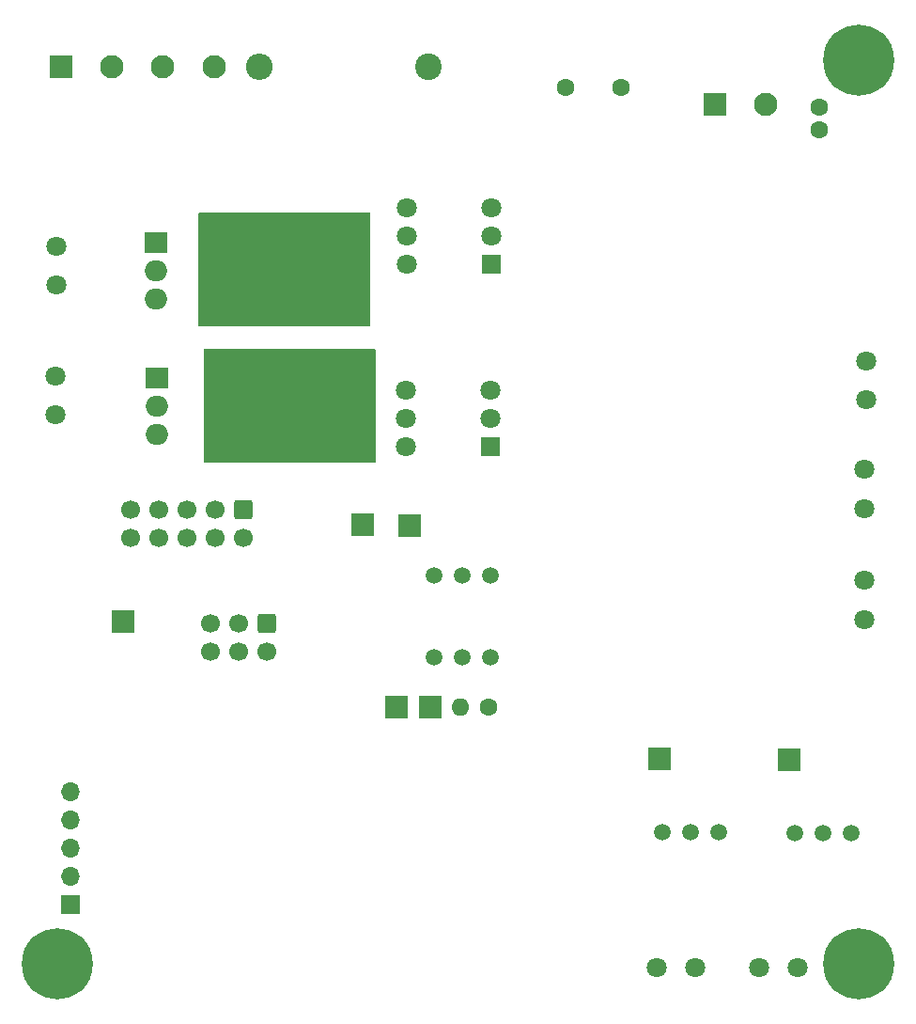
<source format=gbr>
%TF.GenerationSoftware,KiCad,Pcbnew,9.0.0*%
%TF.CreationDate,2025-08-03T03:58:21+03:00*%
%TF.ProjectId,HOT_AIRGUN_EXTRADOPE-rounded,484f545f-4149-4524-9755-4e5f45585452,rev?*%
%TF.SameCoordinates,Original*%
%TF.FileFunction,Soldermask,Bot*%
%TF.FilePolarity,Negative*%
%FSLAX46Y46*%
G04 Gerber Fmt 4.6, Leading zero omitted, Abs format (unit mm)*
G04 Created by KiCad (PCBNEW 9.0.0) date 2025-08-03 03:58:21*
%MOMM*%
%LPD*%
G01*
G04 APERTURE LIST*
G04 Aperture macros list*
%AMRoundRect*
0 Rectangle with rounded corners*
0 $1 Rounding radius*
0 $2 $3 $4 $5 $6 $7 $8 $9 X,Y pos of 4 corners*
0 Add a 4 corners polygon primitive as box body*
4,1,4,$2,$3,$4,$5,$6,$7,$8,$9,$2,$3,0*
0 Add four circle primitives for the rounded corners*
1,1,$1+$1,$2,$3*
1,1,$1+$1,$4,$5*
1,1,$1+$1,$6,$7*
1,1,$1+$1,$8,$9*
0 Add four rect primitives between the rounded corners*
20,1,$1+$1,$2,$3,$4,$5,0*
20,1,$1+$1,$4,$5,$6,$7,0*
20,1,$1+$1,$6,$7,$8,$9,0*
20,1,$1+$1,$8,$9,$2,$3,0*%
G04 Aperture macros list end*
%ADD10RoundRect,0.250001X-0.799999X-0.799999X0.799999X-0.799999X0.799999X0.799999X-0.799999X0.799999X0*%
%ADD11C,2.100000*%
%ADD12C,1.600000*%
%ADD13C,1.520000*%
%ADD14R,2.000000X2.000000*%
%ADD15C,1.800000*%
%ADD16C,0.800000*%
%ADD17C,6.400000*%
%ADD18O,2.000000X1.905000*%
%ADD19R,2.000000X1.905000*%
%ADD20C,3.500000*%
%ADD21O,1.700000X1.700000*%
%ADD22R,1.700000X1.700000*%
%ADD23R,1.800000X1.800000*%
%ADD24C,1.700000*%
%ADD25RoundRect,0.250000X-0.600000X0.600000X-0.600000X-0.600000X0.600000X-0.600000X0.600000X0.600000X0*%
%ADD26O,2.400000X2.400000*%
%ADD27C,2.400000*%
%ADD28O,1.600000X1.600000*%
G04 APERTURE END LIST*
D10*
%TO.C,J5*%
X4100000Y84600000D03*
D11*
X8700000Y84600000D03*
X13300000Y84600000D03*
X17900000Y84600000D03*
%TD*%
D12*
%TO.C,C16*%
X54600000Y82700000D03*
X49600000Y82700000D03*
%TD*%
D13*
%TO.C,R33*%
X42805000Y31446075D03*
X40265000Y31446075D03*
X37725000Y31446075D03*
%TD*%
D14*
%TO.C,TP7*%
X34325000Y26928575D03*
%TD*%
D15*
%TO.C,U14*%
X61317500Y3468575D03*
X57817500Y3468575D03*
%TD*%
D16*
%TO.C,H1*%
X78400000Y85200000D03*
X77697056Y83502944D03*
X77697056Y86897056D03*
X76000000Y82800000D03*
D17*
X76000000Y85200000D03*
D16*
X76000000Y87600000D03*
X74302944Y83502944D03*
X74302944Y86897056D03*
X73600000Y85200000D03*
%TD*%
D14*
%TO.C,TP9*%
X9700000Y34641075D03*
%TD*%
%TO.C,TP1*%
X35590000Y43256075D03*
%TD*%
%TO.C,TP10*%
X31355000Y43336075D03*
%TD*%
D18*
%TO.C,Q3*%
X12650000Y63671075D03*
X12650000Y66211075D03*
D19*
X12650000Y68751075D03*
D20*
X29310000Y66211075D03*
%TD*%
D21*
%TO.C,J6*%
X4950000Y19276075D03*
X4950000Y16736075D03*
X4950000Y14196075D03*
X4950000Y11656075D03*
D22*
X4950000Y9116075D03*
%TD*%
D13*
%TO.C,R32*%
X42820000Y38756075D03*
X40280000Y38756075D03*
X37740000Y38756075D03*
%TD*%
%TO.C,R29*%
X58305000Y15671075D03*
X60845000Y15671075D03*
X63385000Y15671075D03*
%TD*%
D15*
%TO.C,U15*%
X70517500Y3493575D03*
X67017500Y3493575D03*
%TD*%
D11*
%TO.C,J7*%
X67625000Y81191075D03*
D10*
X63025000Y81191075D03*
%TD*%
D14*
%TO.C,TP8*%
X37450000Y26928575D03*
%TD*%
D15*
%TO.C,U10*%
X76522500Y48318575D03*
X76522500Y44818575D03*
%TD*%
%TO.C,U12*%
X3730000Y64911075D03*
X3730000Y68411075D03*
%TD*%
%TO.C,U9*%
X76722500Y58101075D03*
X76722500Y54601075D03*
%TD*%
%TO.C,U11*%
X76540000Y38351075D03*
X76540000Y34851075D03*
%TD*%
D14*
%TO.C,TP4*%
X58095000Y22271075D03*
%TD*%
D15*
%TO.C,T1*%
X35290000Y66801075D03*
X35290000Y69341075D03*
X35290000Y71881075D03*
X42910000Y71881075D03*
X42910000Y69341075D03*
D23*
X42910000Y66801075D03*
%TD*%
D16*
%TO.C,H3*%
X6200000Y3800000D03*
X5497056Y2102944D03*
X5497056Y5497056D03*
X3800000Y1400000D03*
D17*
X3800000Y3800000D03*
D16*
X3800000Y6200000D03*
X2102944Y2102944D03*
X2102944Y5497056D03*
X1400000Y3800000D03*
%TD*%
D12*
%TO.C,C18*%
X72450000Y80916075D03*
X72450000Y78916075D03*
%TD*%
D24*
%TO.C,J8*%
X10380000Y42191075D03*
X10380000Y44731075D03*
X12920000Y42191075D03*
X12920000Y44731075D03*
X15460000Y42191075D03*
X15460000Y44731075D03*
X18000000Y42191075D03*
X18000000Y44731075D03*
X20540000Y42191075D03*
D25*
X20540000Y44731075D03*
%TD*%
D16*
%TO.C,H2*%
X78400000Y3800000D03*
X77697056Y2102944D03*
X77697056Y5497056D03*
X76000000Y1400000D03*
D17*
X76000000Y3800000D03*
D16*
X76000000Y6200000D03*
X74302944Y2102944D03*
X74302944Y5497056D03*
X73600000Y3800000D03*
%TD*%
D24*
%TO.C,J9*%
X17570000Y31951075D03*
X17570000Y34491075D03*
X20110000Y31951075D03*
X20110000Y34491075D03*
X22650000Y31951075D03*
D25*
X22650000Y34491075D03*
%TD*%
D15*
%TO.C,T2*%
X35240000Y50401075D03*
X35240000Y52941075D03*
X35240000Y55481075D03*
X42860000Y55481075D03*
X42860000Y52941075D03*
D23*
X42860000Y50401075D03*
%TD*%
D14*
%TO.C,TP3*%
X69770000Y22196075D03*
%TD*%
D26*
%TO.C,R13*%
X21980000Y84611075D03*
D27*
X37220000Y84611075D03*
%TD*%
D18*
%TO.C,Q4*%
X12790000Y51460000D03*
X12790000Y54000000D03*
D19*
X12790000Y56540000D03*
D20*
X29450000Y54000000D03*
%TD*%
D28*
%TO.C,TH1*%
X40135000Y26958575D03*
D12*
X42675000Y26958575D03*
%TD*%
D13*
%TO.C,R30*%
X70280000Y15596075D03*
X72820000Y15596075D03*
X75360000Y15596075D03*
%TD*%
D15*
%TO.C,U13*%
X3670000Y53231075D03*
X3670000Y56731075D03*
%TD*%
G36*
X32371292Y59174160D02*
G01*
X32438293Y59154346D01*
X32483946Y59101453D01*
X32495052Y59050039D01*
X32485294Y49087401D01*
X32465544Y49020380D01*
X32412695Y48974677D01*
X32361693Y48963523D01*
X17089694Y48914322D01*
X17022592Y48933790D01*
X16976667Y48986446D01*
X16965295Y49038442D01*
X16975053Y59079802D01*
X16994803Y59146822D01*
X17047651Y59192525D01*
X17099293Y59203681D01*
X32371292Y59174160D01*
G37*
G36*
X31896118Y71451315D02*
G01*
X31963119Y71431501D01*
X32008772Y71378608D01*
X32019878Y71327194D01*
X32010120Y61364556D01*
X31990370Y61297535D01*
X31937521Y61251832D01*
X31886519Y61240678D01*
X16614520Y61191477D01*
X16547418Y61210945D01*
X16501493Y61263601D01*
X16490121Y61315597D01*
X16499879Y71356957D01*
X16519629Y71423977D01*
X16572477Y71469680D01*
X16624119Y71480836D01*
X31896118Y71451315D01*
G37*
M02*

</source>
